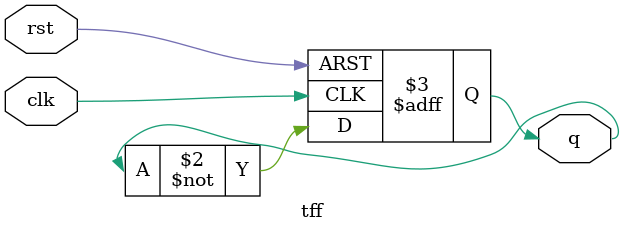
<source format=v>
module RIPPLEDOWNCounter(input clk,rst,output [3:0]out);
    tff a1(.clk(clk),.rst(rst),.q(out[0]));
    tff a2(.clk(out[0]),.rst(rst),.q(out[1]));
    tff a3(.clk(out[1]),.rst(rst),.q(out[2]));
    tff a4(.clk(out[2]),.rst(rst),.q(out[3]));
endmodule

module tff(input clk,rst,output reg q);
    always @(posedge clk or posedge rst) begin
        if (rst) q<=0;
        else q<=~q;
    end
endmodule


</source>
